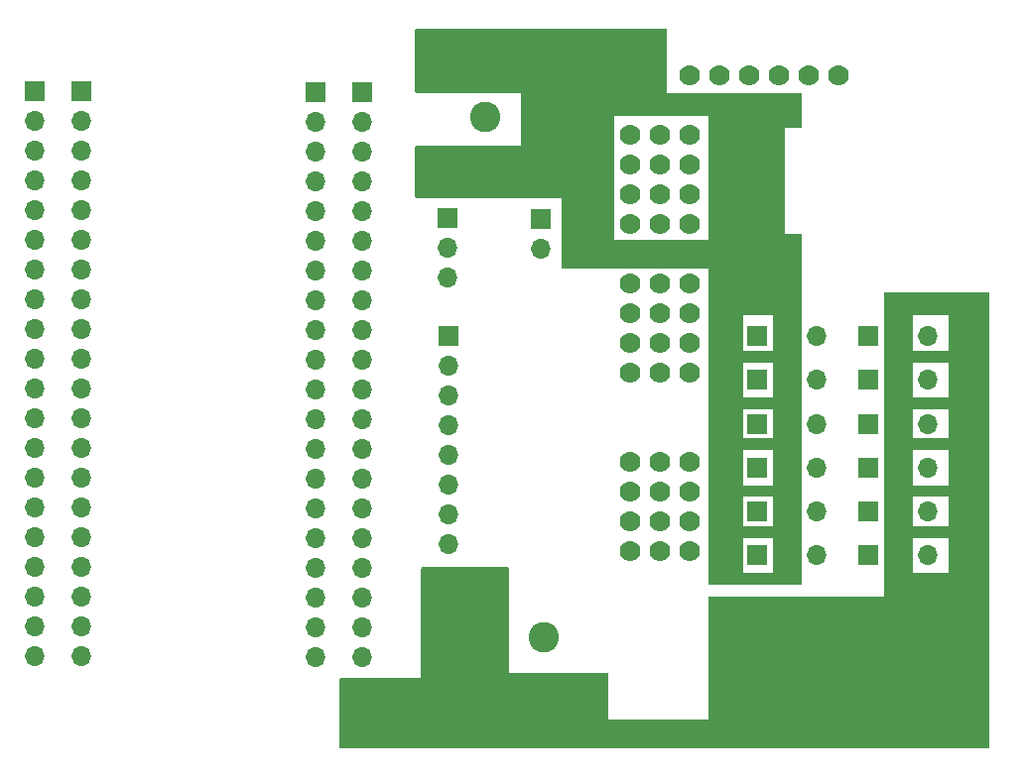
<source format=gbr>
%TF.GenerationSoftware,KiCad,Pcbnew,9.0.0*%
%TF.CreationDate,2025-03-26T16:26:24-04:00*%
%TF.ProjectId,spotmicro20mm,73706f74-6d69-4637-926f-32306d6d2e6b,rev?*%
%TF.SameCoordinates,Original*%
%TF.FileFunction,Copper,L3,Inr*%
%TF.FilePolarity,Positive*%
%FSLAX46Y46*%
G04 Gerber Fmt 4.6, Leading zero omitted, Abs format (unit mm)*
G04 Created by KiCad (PCBNEW 9.0.0) date 2025-03-26 16:26:24*
%MOMM*%
%LPD*%
G01*
G04 APERTURE LIST*
G04 Aperture macros list*
%AMRoundRect*
0 Rectangle with rounded corners*
0 $1 Rounding radius*
0 $2 $3 $4 $5 $6 $7 $8 $9 X,Y pos of 4 corners*
0 Add a 4 corners polygon primitive as box body*
4,1,4,$2,$3,$4,$5,$6,$7,$8,$9,$2,$3,0*
0 Add four circle primitives for the rounded corners*
1,1,$1+$1,$2,$3*
1,1,$1+$1,$4,$5*
1,1,$1+$1,$6,$7*
1,1,$1+$1,$8,$9*
0 Add four rect primitives between the rounded corners*
20,1,$1+$1,$2,$3,$4,$5,0*
20,1,$1+$1,$4,$5,$6,$7,0*
20,1,$1+$1,$6,$7,$8,$9,0*
20,1,$1+$1,$8,$9,$2,$3,0*%
G04 Aperture macros list end*
%TA.AperFunction,ComponentPad*%
%ADD10R,1.700000X1.700000*%
%TD*%
%TA.AperFunction,ComponentPad*%
%ADD11O,1.700000X1.700000*%
%TD*%
%TA.AperFunction,ComponentPad*%
%ADD12RoundRect,0.250000X1.050000X1.050000X-1.050000X1.050000X-1.050000X-1.050000X1.050000X-1.050000X0*%
%TD*%
%TA.AperFunction,ComponentPad*%
%ADD13C,2.600000*%
%TD*%
%TA.AperFunction,ComponentPad*%
%ADD14RoundRect,0.250000X-1.050000X-1.050000X1.050000X-1.050000X1.050000X1.050000X-1.050000X1.050000X0*%
%TD*%
%TA.AperFunction,ComponentPad*%
%ADD15C,1.778000*%
%TD*%
%TA.AperFunction,Conductor*%
%ADD16C,1.700000*%
%TD*%
G04 APERTURE END LIST*
D10*
%TO.N,/PWM-7*%
%TO.C,J9*%
X146170000Y-88000000D03*
D11*
%TO.N,/S2-PWR*%
X148710000Y-88000000D03*
%TO.N,/S2-GND*%
X151250000Y-88000000D03*
%TD*%
D10*
%TO.N,/ESP-32Pin*%
%TO.C,J14*%
X88500000Y-63360000D03*
D11*
X88500000Y-65900000D03*
X88500000Y-68440000D03*
X88500000Y-70980000D03*
X88500000Y-73520000D03*
X88500000Y-76060000D03*
X88500000Y-78600000D03*
X88500000Y-81140000D03*
X88500000Y-83680000D03*
X88500000Y-86220000D03*
X88500000Y-88760000D03*
X88500000Y-91300000D03*
X88500000Y-93840000D03*
X88500000Y-96380000D03*
X88500000Y-98920000D03*
X88500000Y-101460000D03*
X88500000Y-104000000D03*
X88500000Y-106540000D03*
X88500000Y-109080000D03*
X88500000Y-111620000D03*
%TD*%
D10*
%TO.N,/PWM-4*%
%TO.C,J6*%
X155670000Y-99250000D03*
D11*
%TO.N,/S1-PWR*%
X158210000Y-99250000D03*
%TO.N,/S1-GND*%
X160750000Y-99250000D03*
%TD*%
D10*
%TO.N,/Global SCL*%
%TO.C,J18*%
X127750000Y-74250000D03*
D11*
%TO.N,/Global SDA*%
X127750000Y-76790000D03*
%TD*%
D12*
%TO.N,/S2-PWR*%
%TO.C,J21*%
X127993453Y-65577500D03*
D13*
%TO.N,/S2-GND*%
X122993453Y-65577500D03*
%TD*%
D10*
%TO.N,/PWM-2*%
%TO.C,J4*%
X155670000Y-91750000D03*
D11*
%TO.N,/S1-PWR*%
X158210000Y-91750000D03*
%TO.N,/S1-GND*%
X160750000Y-91750000D03*
%TD*%
D10*
%TO.N,/ESP-32Pin*%
%TO.C,J17*%
X112500000Y-63400000D03*
D11*
X112500000Y-65940000D03*
X112500000Y-68480000D03*
X112500000Y-71020000D03*
X112500000Y-73560000D03*
X112500000Y-76100000D03*
X112500000Y-78640000D03*
X112500000Y-81180000D03*
X112500000Y-83720000D03*
X112500000Y-86260000D03*
X112500000Y-88800000D03*
X112500000Y-91340000D03*
X112500000Y-93880000D03*
X112500000Y-96420000D03*
X112500000Y-98960000D03*
X112500000Y-101500000D03*
X112500000Y-104040000D03*
X112500000Y-106580000D03*
X112500000Y-109120000D03*
X112500000Y-111660000D03*
%TD*%
D10*
%TO.N,/PWM-11*%
%TO.C,J13*%
X146170000Y-103000000D03*
D11*
%TO.N,/S2-PWR*%
X148710000Y-103000000D03*
%TO.N,/S2-GND*%
X151250000Y-103000000D03*
%TD*%
D10*
%TO.N,/PWM-1*%
%TO.C,J3*%
X155670000Y-88000000D03*
D11*
%TO.N,/S1-PWR*%
X158210000Y-88000000D03*
%TO.N,/S1-GND*%
X160750000Y-88000000D03*
%TD*%
D10*
%TO.N,/ESP-32Pin*%
%TO.C,J15*%
X108500000Y-63400000D03*
D11*
X108500000Y-65940000D03*
X108500000Y-68480000D03*
X108500000Y-71020000D03*
X108500000Y-73560000D03*
X108500000Y-76100000D03*
X108500000Y-78640000D03*
X108500000Y-81180000D03*
X108500000Y-83720000D03*
X108500000Y-86260000D03*
X108500000Y-88800000D03*
X108500000Y-91340000D03*
X108500000Y-93880000D03*
X108500000Y-96420000D03*
X108500000Y-98960000D03*
X108500000Y-101500000D03*
X108500000Y-104040000D03*
X108500000Y-106580000D03*
X108500000Y-109120000D03*
X108500000Y-111660000D03*
%TD*%
D10*
%TO.N,/PWM-9*%
%TO.C,J11*%
X146170000Y-95500000D03*
D11*
%TO.N,/S2-PWR*%
X148710000Y-95500000D03*
%TO.N,/S2-GND*%
X151250000Y-95500000D03*
%TD*%
D14*
%TO.N,/S1-PWR*%
%TO.C,J1*%
X123000000Y-110000000D03*
D13*
%TO.N,/S1-GND*%
X128000000Y-110000000D03*
%TD*%
D10*
%TO.N,/ESP-32Pin*%
%TO.C,J16*%
X84500000Y-63360000D03*
D11*
X84500000Y-65900000D03*
X84500000Y-68440000D03*
X84500000Y-70980000D03*
X84500000Y-73520000D03*
X84500000Y-76060000D03*
X84500000Y-78600000D03*
X84500000Y-81140000D03*
X84500000Y-83680000D03*
X84500000Y-86220000D03*
X84500000Y-88760000D03*
X84500000Y-91300000D03*
X84500000Y-93840000D03*
X84500000Y-96380000D03*
X84500000Y-98920000D03*
X84500000Y-101460000D03*
X84500000Y-104000000D03*
X84500000Y-106540000D03*
X84500000Y-109080000D03*
X84500000Y-111620000D03*
%TD*%
D10*
%TO.N,/PWM-6*%
%TO.C,J8*%
X146170000Y-84250000D03*
D11*
%TO.N,/S2-PWR*%
X148710000Y-84250000D03*
%TO.N,/S2-GND*%
X151250000Y-84250000D03*
%TD*%
D10*
%TO.N,/PWM-3*%
%TO.C,J5*%
X155670000Y-95500000D03*
D11*
%TO.N,/S1-PWR*%
X158210000Y-95500000D03*
%TO.N,/S1-GND*%
X160750000Y-95500000D03*
%TD*%
D10*
%TO.N,/PWM-8*%
%TO.C,J10*%
X146170000Y-91750000D03*
D11*
%TO.N,/S2-PWR*%
X148710000Y-91750000D03*
%TO.N,/S2-GND*%
X151250000Y-91750000D03*
%TD*%
D10*
%TO.N,/ESP32-3v3*%
%TO.C,J20*%
X119800000Y-84260000D03*
D11*
%TO.N,/ESP32-GND*%
X119800000Y-86800000D03*
%TO.N,/Global SCL*%
X119800000Y-89340000D03*
%TO.N,/Global SDA*%
X119800000Y-91880000D03*
%TO.N,unconnected-(J20-Pin_5-Pad5)*%
X119800000Y-94420000D03*
%TO.N,unconnected-(J20-Pin_6-Pad6)*%
X119800000Y-96960000D03*
%TO.N,unconnected-(J20-Pin_7-Pad7)*%
X119800000Y-99500000D03*
%TO.N,unconnected-(J20-Pin_8-Pad8)*%
X119800000Y-102040000D03*
%TD*%
D10*
%TO.N,/PWM-10*%
%TO.C,J12*%
X146170000Y-99250000D03*
D11*
%TO.N,/S2-PWR*%
X148710000Y-99250000D03*
%TO.N,/S2-GND*%
X151250000Y-99250000D03*
%TD*%
D10*
%TO.N,/ESP32-GND*%
%TO.C,J19*%
X119750000Y-74210000D03*
D11*
%TO.N,/ESP32-3v3*%
X119750000Y-76750000D03*
%TO.N,/ESP32-5v*%
X119750000Y-79290000D03*
%TD*%
D10*
%TO.N,/PWM-5*%
%TO.C,J7*%
X155670000Y-103000000D03*
D11*
%TO.N,/S1-PWR*%
X158210000Y-103000000D03*
%TO.N,/S1-GND*%
X160750000Y-103000000D03*
%TD*%
D15*
%TO.N,/PWM-0*%
%TO.C,U2*%
X140440000Y-67050000D03*
%TO.N,/PWM-1*%
X140440000Y-69590000D03*
%TO.N,/PWM-2*%
X140440000Y-72130000D03*
%TO.N,/PWM-3*%
X140440000Y-74670000D03*
%TO.N,/PWM-4*%
X140440000Y-79750000D03*
%TO.N,/PWM-5*%
X140440000Y-82290000D03*
%TO.N,/PWM-6*%
X140440000Y-84830000D03*
%TO.N,/PWM-7*%
X140440000Y-87370000D03*
%TO.N,/PWM-8*%
X140440000Y-94990000D03*
%TO.N,/PWM-9*%
X140440000Y-97530000D03*
%TO.N,/PWM-10*%
X140440000Y-100070000D03*
%TO.N,/PWM-11*%
X140440000Y-102610000D03*
%TO.N,/ESP32-GND*%
X153140000Y-61970000D03*
%TO.N,N/C*%
X135360000Y-67050000D03*
X135360000Y-69590000D03*
X135360000Y-72130000D03*
X135360000Y-74670000D03*
X135360000Y-79750000D03*
X135360000Y-82290000D03*
X135360000Y-84830000D03*
X135360000Y-87370000D03*
X135360000Y-94990000D03*
X135360000Y-97530000D03*
X135360000Y-100070000D03*
X135360000Y-102610000D03*
X150600000Y-61970000D03*
%TO.N,/Global SCL*%
X148060000Y-61970000D03*
%TO.N,/Global SDA*%
X145520000Y-61970000D03*
%TO.N,unconnected-(U2-V+-PadV+_1)*%
X140440000Y-61970000D03*
%TO.N,N/C*%
X137900000Y-67050000D03*
X137900000Y-69590000D03*
X137900000Y-72130000D03*
X137900000Y-74670000D03*
X137900000Y-79750000D03*
X137900000Y-82290000D03*
X137900000Y-84830000D03*
X137900000Y-87370000D03*
X137900000Y-94990000D03*
X137900000Y-97530000D03*
X137900000Y-100070000D03*
X137900000Y-102610000D03*
%TO.N,/ESP32-5v*%
X142980000Y-61970000D03*
%TD*%
D10*
%TO.N,/PWM-0*%
%TO.C,J2*%
X155670000Y-84250000D03*
D11*
%TO.N,/S1-PWR*%
X158210000Y-84250000D03*
%TO.N,/S1-GND*%
X160750000Y-84250000D03*
%TD*%
D16*
%TO.N,/S1-PWR*%
X153000000Y-118500000D02*
X158210000Y-113290000D01*
X158210000Y-103000000D02*
X158210000Y-99250000D01*
X158210000Y-99250000D02*
X158210000Y-95500000D01*
X125500000Y-118500000D02*
X153000000Y-118500000D01*
X123000000Y-116000000D02*
X125500000Y-118500000D01*
X158210000Y-91750000D02*
X158210000Y-95500000D01*
X123000000Y-110000000D02*
X123000000Y-116000000D01*
X158210000Y-113290000D02*
X158210000Y-103000000D01*
X158210000Y-88000000D02*
X158210000Y-91750000D01*
X158210000Y-84250000D02*
X158210000Y-88000000D01*
%TO.N,/S2-PWR*%
X148710000Y-84250000D02*
X148710000Y-79710000D01*
X148710000Y-99250000D02*
X148710000Y-95500000D01*
X148710000Y-103000000D02*
X148710000Y-99250000D01*
X148710000Y-88000000D02*
X148710000Y-91750000D01*
X144000000Y-64500000D02*
X129070953Y-64500000D01*
X146000000Y-77000000D02*
X146000000Y-66500000D01*
X146000000Y-66500000D02*
X144000000Y-64500000D01*
X148710000Y-91750000D02*
X148710000Y-95500000D01*
X148710000Y-84250000D02*
X148710000Y-88000000D01*
X129070953Y-64500000D02*
X127993453Y-65577500D01*
X148710000Y-79710000D02*
X146000000Y-77000000D01*
%TD*%
%TA.AperFunction,Conductor*%
%TO.N,/S2-PWR*%
G36*
X150000000Y-105376000D02*
G01*
X149980315Y-105443039D01*
X149927511Y-105488794D01*
X149876000Y-105500000D01*
X147500000Y-105500000D01*
X147500000Y-104500000D01*
X150000000Y-104500000D01*
X150000000Y-105376000D01*
G37*
%TD.AperFunction*%
%TD*%
%TA.AperFunction,Conductor*%
%TO.N,/S2-PWR*%
G36*
X134000000Y-76000000D02*
G01*
X142000000Y-76000000D01*
X142000000Y-78500000D01*
X129624000Y-78500000D01*
X129556961Y-78480315D01*
X129511206Y-78427511D01*
X129500000Y-78376000D01*
X129500000Y-72500000D01*
X134000000Y-72500000D01*
X134000000Y-76000000D01*
G37*
%TD.AperFunction*%
%TD*%
%TA.AperFunction,Conductor*%
%TO.N,/S1-PWR*%
G36*
X159500000Y-105000000D02*
G01*
X166000000Y-105000000D01*
X166000000Y-119376000D01*
X165980315Y-119443039D01*
X165927511Y-119488794D01*
X165876000Y-119500000D01*
X110624000Y-119500000D01*
X110556961Y-119480315D01*
X110511206Y-119427511D01*
X110500000Y-119376000D01*
X110500000Y-113624000D01*
X110519685Y-113556961D01*
X110572489Y-113511206D01*
X110624000Y-113500000D01*
X117500000Y-113500000D01*
X117500000Y-104124000D01*
X117519685Y-104056961D01*
X117572489Y-104011206D01*
X117624000Y-104000000D01*
X124876000Y-104000000D01*
X124943039Y-104019685D01*
X124988794Y-104072489D01*
X125000000Y-104124000D01*
X125000000Y-113000000D01*
X133376000Y-113000000D01*
X133443039Y-113019685D01*
X133488794Y-113072489D01*
X133500000Y-113124000D01*
X133500000Y-117000000D01*
X142000000Y-117000000D01*
X142000000Y-106624000D01*
X142019685Y-106556961D01*
X142072489Y-106511206D01*
X142124000Y-106500000D01*
X157000000Y-106500000D01*
X157000000Y-82500000D01*
X159500000Y-82500000D01*
X159500000Y-105000000D01*
G37*
%TD.AperFunction*%
%TD*%
%TA.AperFunction,Conductor*%
%TO.N,/S1-PWR*%
G36*
X165943039Y-80519685D02*
G01*
X165988794Y-80572489D01*
X166000000Y-80624000D01*
X166000000Y-105000000D01*
X159500000Y-105000000D01*
X159500000Y-104500000D01*
X162500000Y-104500000D01*
X162500000Y-101500000D01*
X159500000Y-101500000D01*
X159500000Y-100500000D01*
X162500000Y-100500000D01*
X162500000Y-98000000D01*
X159500000Y-98000000D01*
X159500000Y-97000000D01*
X162500000Y-97000000D01*
X162500000Y-94000000D01*
X159500000Y-94000000D01*
X159500000Y-93000000D01*
X162500000Y-93000000D01*
X162500000Y-90500000D01*
X159500000Y-90500000D01*
X159500000Y-89500000D01*
X162500000Y-89500000D01*
X162500000Y-86500000D01*
X159500000Y-86500000D01*
X159500000Y-85500000D01*
X162500000Y-85500000D01*
X162500000Y-82500000D01*
X159500000Y-82500000D01*
X157000000Y-82500000D01*
X157000000Y-80624000D01*
X157019685Y-80556961D01*
X157072489Y-80511206D01*
X157124000Y-80500000D01*
X165876000Y-80500000D01*
X165943039Y-80519685D01*
G37*
%TD.AperFunction*%
%TD*%
%TA.AperFunction,Conductor*%
%TO.N,/S2-PWR*%
G36*
X145000000Y-85500000D02*
G01*
X147500000Y-85500000D01*
X147500000Y-86500000D01*
X145000000Y-86500000D01*
X145000000Y-89500000D01*
X147500000Y-89500000D01*
X147500000Y-90500000D01*
X145000000Y-90500000D01*
X145000000Y-93000000D01*
X147500000Y-93000000D01*
X147500000Y-94000000D01*
X145000000Y-94000000D01*
X145000000Y-97000000D01*
X147500000Y-97000000D01*
X147500000Y-98000000D01*
X145000000Y-98000000D01*
X145000000Y-100500000D01*
X148000000Y-100500000D01*
X148000000Y-101500000D01*
X145000000Y-101500000D01*
X145000000Y-104500000D01*
X147500000Y-104500000D01*
X147500000Y-105500000D01*
X142124000Y-105500000D01*
X142056961Y-105480315D01*
X142011206Y-105427511D01*
X142000000Y-105376000D01*
X142000000Y-82500000D01*
X145000000Y-82500000D01*
X145000000Y-85500000D01*
G37*
%TD.AperFunction*%
%TD*%
%TA.AperFunction,Conductor*%
%TO.N,/S2-PWR*%
G36*
X138443039Y-58019685D02*
G01*
X138488794Y-58072489D01*
X138500000Y-58124000D01*
X138500000Y-63500000D01*
X149876000Y-63500000D01*
X149943039Y-63519685D01*
X149988794Y-63572489D01*
X150000000Y-63624000D01*
X150000000Y-66376000D01*
X149980315Y-66443039D01*
X149927511Y-66488794D01*
X149876000Y-66500000D01*
X148500000Y-66500000D01*
X148500000Y-75500000D01*
X149876000Y-75500000D01*
X149943039Y-75519685D01*
X149988794Y-75572489D01*
X150000000Y-75624000D01*
X150000000Y-104500000D01*
X147500000Y-104500000D01*
X147500000Y-101500000D01*
X148000000Y-101500000D01*
X148000000Y-100500000D01*
X147500000Y-100500000D01*
X147500000Y-82500000D01*
X145000000Y-82500000D01*
X142000000Y-82500000D01*
X142000000Y-65500000D01*
X134000000Y-65500000D01*
X134000000Y-72500000D01*
X117124000Y-72500000D01*
X117056961Y-72480315D01*
X117011206Y-72427511D01*
X117000000Y-72376000D01*
X117000000Y-68124000D01*
X117019685Y-68056961D01*
X117072489Y-68011206D01*
X117124000Y-68000000D01*
X126000000Y-68000000D01*
X126000000Y-63500000D01*
X117124000Y-63500000D01*
X117056961Y-63480315D01*
X117011206Y-63427511D01*
X117000000Y-63376000D01*
X117000000Y-58124000D01*
X117019685Y-58056961D01*
X117072489Y-58011206D01*
X117124000Y-58000000D01*
X138376000Y-58000000D01*
X138443039Y-58019685D01*
G37*
%TD.AperFunction*%
%TD*%
M02*

</source>
